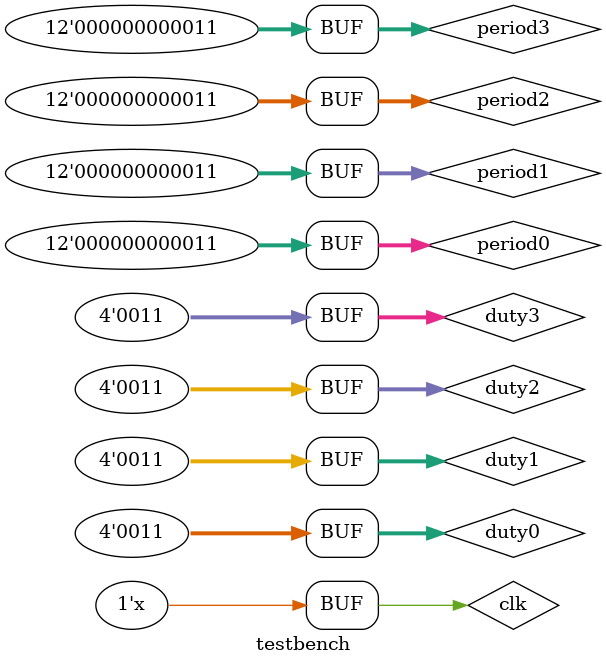
<source format=v>
`timescale 1ns / 1ps
module testbench;
	reg clk;
	wire clk_out0, clk_out1, clk_out2, clk_out3;
	reg [11:0] period0, period1, period2, period3;
	reg [3:0] duty0, duty1, duty2, duty3;
	clocks clk0(.clk(clk), .period(period0), .period1(period1), .period2(period2), .period3(period3), 
								  .duty(duty0), .duty1(duty1), .duty2(duty2), .duty3(duty3), 
								  .clk0(clk_out0), .clk1(clk_out1), .clk2(clk_out2), .clk3(clk_out3));
	
	always #1 clk = ~clk;
	initial 
	begin
		clk = 0;
		period0 = 4'b0011;
		duty0 = 4'b0011;
		period1 = 4'b0011;
		duty1 = 4'b0011;
		period2 = 4'b0011;
		duty2 = 4'b0011;
		period3 = 4'b0011;
		duty3 = 4'b0011;
		//#100
		//period0 = 4'b0011;
		//duty0 = 4'b0001;
		//#100
		//period0 = 4'b0011;
		//duty0 = 4'b0010;
		//#100
		//period0 = 4'b0011;
		//duty0 = 4'b0011;
		//#100
		//period0 = 4'b0011;
		//duty0 = 4'b0100;
		//#100
		//period0 = 4'b0011;
		//duty0 = 4'b0101;
		//#100
		//period0 = 4'b0011;
		//duty0 = 4'b0110;
	end
endmodule

</source>
